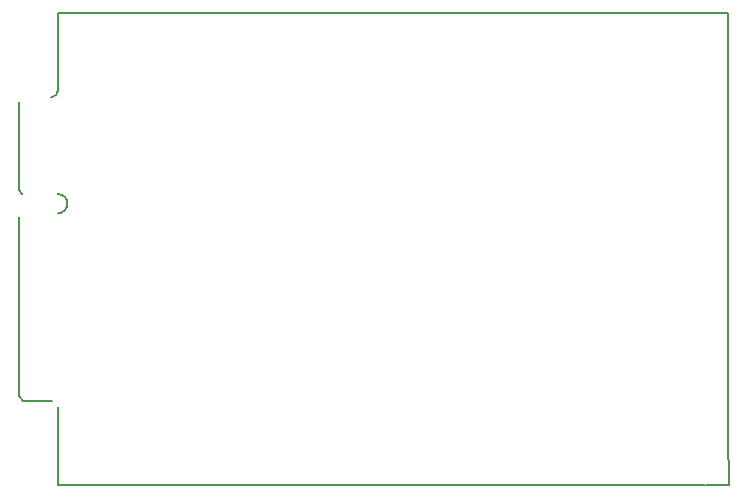
<source format=gko>
G04 Layer_Color=16711935*
%FSLAX25Y25*%
%MOIN*%
G70*
G01*
G75*
%ADD53C,0.00500*%
D53*
X11493Y130208D02*
G03*
X13696Y132373I19J2184D01*
G01*
X13700Y91513D02*
G03*
X13700Y97913I6J3200D01*
G01*
X13696Y132373D02*
Y150796D01*
X13700Y8324D02*
Y26968D01*
X21239Y809D02*
X229485D01*
X21190Y158290D02*
X229487D01*
X618Y99206D02*
Y128712D01*
Y99206D02*
X1900Y97924D01*
X618Y30506D02*
Y90306D01*
Y30506D02*
X2118Y29006D01*
X11739D01*
X13684Y158290D02*
X21190D01*
X13684Y150761D02*
Y158290D01*
X13700Y809D02*
Y8324D01*
Y809D02*
X21239D01*
X229400Y158300D02*
X237234D01*
Y150752D02*
Y158300D01*
X237300Y800D02*
Y9400D01*
X229742Y800D02*
X237300D01*
X237234Y9466D02*
Y150752D01*
M02*

</source>
